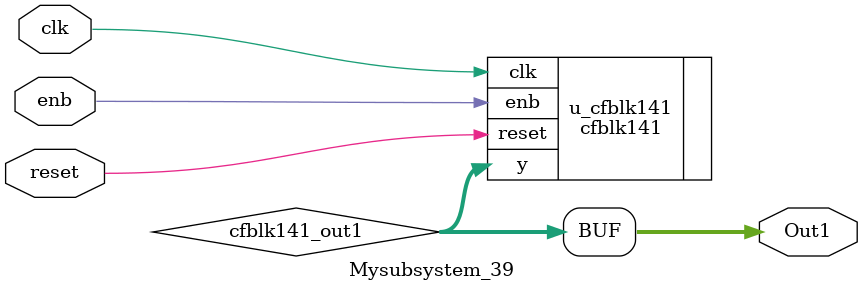
<source format=v>



`timescale 1 ns / 1 ns

module Mysubsystem_39
          (clk,
           reset,
           enb,
           Out1);


  input   clk;
  input   reset;
  input   enb;
  output  [7:0] Out1;  // uint8


  wire [7:0] cfblk141_out1;  // uint8


  cfblk141 u_cfblk141 (.clk(clk),
                       .reset(reset),
                       .enb(enb),
                       .y(cfblk141_out1)  // uint8
                       );

  assign Out1 = cfblk141_out1;

endmodule  // Mysubsystem_39


</source>
